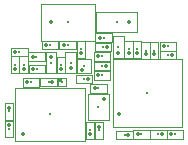
<source format=gbr>
%TF.GenerationSoftware,KiCad,Pcbnew,7.0.6*%
%TF.CreationDate,2023-09-10T10:30:15-04:00*%
%TF.ProjectId,headstage-neuropix1e,68656164-7374-4616-9765-2d6e6575726f,B*%
%TF.SameCoordinates,Original*%
%TF.FileFunction,Component,L4,Bot*%
%TF.FilePolarity,Positive*%
%FSLAX46Y46*%
G04 Gerber Fmt 4.6, Leading zero omitted, Abs format (unit mm)*
G04 Created by KiCad (PCBNEW 7.0.6) date 2023-09-10 10:30:15*
%MOMM*%
%LPD*%
G01*
G04 APERTURE LIST*
%TA.AperFunction,ComponentMain*%
%ADD10C,0.300000*%
%TD*%
%TA.AperFunction,ComponentOutline,Courtyard*%
%ADD11C,0.100000*%
%TD*%
%TA.AperFunction,ComponentPin*%
%ADD12P,0.360000X4X0.000000*%
%TD*%
%TA.AperFunction,ComponentPin*%
%ADD13C,0.000000*%
%TD*%
G04 APERTURE END LIST*
D10*
%TO.C,"L2"*%
%TO.CFtp,"L_0805_2012Metric"*%
%TO.CVal,"ASMPH-0805-4R7M-T"*%
%TO.CLbN,"Inductor_SMD"*%
%TO.CMnt,SMD*%
%TO.CRot,0*%
X144750000Y-88500000D03*
D11*
X146499999Y-87650001D02*
X146499999Y-89349999D01*
X143000001Y-89349999D01*
X143000001Y-87650001D01*
X146499999Y-87650001D01*
D12*
%TO.P,"L2","1","1"*%
X145812500Y-88500000D03*
D13*
%TO.P,"L2","2","2"*%
X143687500Y-88500000D03*
%TD*%
D10*
%TO.C,"C15"*%
%TO.CFtp,"C_0201_0603Metric"*%
%TO.CVal,"0.1uF"*%
%TO.CLbN,"Capacitor_SMD"*%
%TO.CMnt,SMD*%
%TO.CRot,0*%
X145420000Y-98050000D03*
D11*
X146119999Y-97700001D02*
X146119999Y-98399999D01*
X144720001Y-98399999D01*
X144720001Y-97700001D01*
X146119999Y-97700001D01*
D12*
%TO.P,"C15","1"*%
X145740000Y-98050000D03*
D13*
%TO.P,"C15","2"*%
X145100000Y-98050000D03*
%TD*%
D10*
%TO.C,"R9"*%
%TO.CFtp,"R_0201_0603Metric"*%
%TO.CVal,"10k"*%
%TO.CLbN,"Resistor_SMD"*%
%TO.CMnt,SMD*%
%TO.CRot,180*%
X143500000Y-93000000D03*
D11*
X144199999Y-92650001D02*
X144199999Y-93349999D01*
X142800001Y-93349999D01*
X142800001Y-92650001D01*
X144199999Y-92650001D01*
D12*
%TO.P,"R9","1"*%
X143180000Y-93000000D03*
D13*
%TO.P,"R9","2"*%
X143820000Y-93000000D03*
%TD*%
D10*
%TO.C,"U1"*%
%TO.CFtp,"ONSEMI_567JZ_WLCSP4-0.64x0.64"*%
%TO.CVal,"NCP163AFCT250T2G"*%
%TO.CLbN,"jonnew"*%
%TO.CMnt,SMD*%
%TO.CRot,90*%
X140110000Y-93590000D03*
D11*
X140459999Y-93240001D02*
X140459999Y-93939999D01*
X139760001Y-93939999D01*
X139760001Y-93240001D01*
X140459999Y-93240001D01*
D12*
%TO.P,"U1","A1","VIN"*%
X139935000Y-93415000D03*
D13*
%TO.P,"U1","A2","VOUT"*%
X139935000Y-93765000D03*
%TO.P,"U1","B1","EN"*%
X140285000Y-93415000D03*
%TO.P,"U1","B2","GND"*%
X140285000Y-93765000D03*
%TD*%
D10*
%TO.C,"R6"*%
%TO.CFtp,"R_0201_0603Metric"*%
%TO.CVal,"1k"*%
%TO.CLbN,"Resistor_SMD"*%
%TO.CMnt,SMD*%
%TO.CRot,180*%
X149100000Y-90550000D03*
D11*
X149799999Y-90200001D02*
X149799999Y-90899999D01*
X148400001Y-90899999D01*
X148400001Y-90200001D01*
X149799999Y-90200001D01*
D12*
%TO.P,"R6","1"*%
X148780000Y-90550000D03*
D13*
%TO.P,"R6","2"*%
X149420000Y-90550000D03*
%TD*%
D10*
%TO.C,"U8"*%
%TO.CFtp,"ST_WLCSP5-0.959x1.073"*%
%TO.CVal,"M24C64-FCS6TP/K"*%
%TO.CLbN,"jonnew"*%
%TO.CMnt,SMD*%
%TO.CRot,180*%
X142000000Y-92200000D03*
D11*
X142599999Y-91600001D02*
X142599999Y-92799999D01*
X141400001Y-92799999D01*
X141400001Y-91600001D01*
X142599999Y-91600001D01*
D12*
%TO.P,"U8","A1","VCC"*%
X141800000Y-92546500D03*
D13*
%TO.P,"U8","A3","VSS"*%
X142200000Y-92546500D03*
%TO.P,"U8","B2","SDA"*%
X142000000Y-92200000D03*
%TO.P,"U8","C1","~{WC}"*%
X141800000Y-91853500D03*
%TO.P,"U8","C3","SCL"*%
X142200000Y-91853500D03*
%TD*%
D10*
%TO.C,"C4"*%
%TO.CFtp,"C_0201_0603Metric"*%
%TO.CVal,"1uF"*%
%TO.CLbN,"Capacitor_SMD"*%
%TO.CMnt,SMD*%
%TO.CRot,180*%
X137960000Y-91410000D03*
D11*
X138659999Y-91060001D02*
X138659999Y-91759999D01*
X137260001Y-91759999D01*
X137260001Y-91060001D01*
X138659999Y-91060001D01*
D12*
%TO.P,"C4","1"*%
X137640000Y-91410000D03*
D13*
%TO.P,"C4","2"*%
X138280000Y-91410000D03*
%TD*%
D10*
%TO.C,"C32"*%
%TO.CFtp,"C_0201_0603Metric"*%
%TO.CVal,"0.1uF"*%
%TO.CLbN,"Capacitor_SMD"*%
%TO.CMnt,SMD*%
%TO.CRot,0*%
X142000000Y-93300000D03*
D11*
X142699999Y-92950001D02*
X142699999Y-93649999D01*
X141300001Y-93649999D01*
X141300001Y-92950001D01*
X142699999Y-92950001D01*
D12*
%TO.P,"C32","1"*%
X142320000Y-93300000D03*
D13*
%TO.P,"C32","2"*%
X141680000Y-93300000D03*
%TD*%
D10*
%TO.C,"U9"*%
%TO.CFtp,"LGA-28_5.2x3.8mm_P0.5mm"*%
%TO.CVal,"BNO055"*%
%TO.CLbN,"Package_LGA"*%
%TO.CMnt,SMD*%
%TO.CRot,180*%
X139100000Y-96300000D03*
D11*
X142079999Y-94050001D02*
X142079999Y-98549999D01*
X136120001Y-98549999D01*
X136120001Y-94050001D01*
X142079999Y-94050001D01*
D12*
%TO.P,"U9","1","PIN1"*%
X136850000Y-97962500D03*
D13*
%TO.P,"U9","2","GND"*%
X136712500Y-97050000D03*
%TO.P,"U9","3","VDD"*%
X136712500Y-96550000D03*
%TO.P,"U9","4","~{BOOT_LOAD_PIN}"*%
X136712500Y-96050000D03*
%TO.P,"U9","5","PS1"*%
X136712500Y-95550000D03*
%TO.P,"U9","6","PS0"*%
X136850000Y-94637500D03*
%TO.P,"U9","7","PIN7"*%
X137350000Y-94637500D03*
%TO.P,"U9","8","PIN8"*%
X137850000Y-94637500D03*
%TO.P,"U9","9","CAP"*%
X138350000Y-94637500D03*
%TO.P,"U9","10","BL_IND"*%
X138850000Y-94637500D03*
%TO.P,"U9","11","~{RESET}"*%
X139350000Y-94637500D03*
%TO.P,"U9","12","PIN12"*%
X139850000Y-94637500D03*
%TO.P,"U9","13","PIN13"*%
X140350000Y-94637500D03*
%TO.P,"U9","14","INT"*%
X140850000Y-94637500D03*
%TO.P,"U9","15","GNDIO"*%
X141350000Y-94637500D03*
%TO.P,"U9","16","GNDIO"*%
X141487500Y-95550000D03*
%TO.P,"U9","17","COM3"*%
X141487500Y-96050000D03*
%TO.P,"U9","18","COM2"*%
X141487500Y-96550000D03*
%TO.P,"U9","19","COM1"*%
X141487500Y-97050000D03*
%TO.P,"U9","20","COM0"*%
X141350000Y-97962500D03*
%TO.P,"U9","21","PIN21"*%
X140850000Y-97962500D03*
%TO.P,"U9","22","PIN22"*%
X140350000Y-97962500D03*
%TO.P,"U9","23","PIN23"*%
X139850000Y-97962500D03*
%TO.P,"U9","24","PIN24"*%
X139350000Y-97962500D03*
%TO.P,"U9","25","GNDIO"*%
X138850000Y-97962500D03*
%TO.P,"U9","26","XOUT32"*%
X138350000Y-97962500D03*
%TO.P,"U9","27","XIN32"*%
X137850000Y-97962500D03*
%TO.P,"U9","28","VDDIO"*%
X137350000Y-97962500D03*
%TD*%
D10*
%TO.C,"R16"*%
%TO.CFtp,"R_0201_0603Metric"*%
%TO.CVal,"7.15k"*%
%TO.CLbN,"Resistor_SMD"*%
%TO.CMnt,SMD*%
%TO.CRot,-90*%
X141700000Y-90800000D03*
D11*
X142049999Y-90100001D02*
X142049999Y-91499999D01*
X141350001Y-91499999D01*
X141350001Y-90100001D01*
X142049999Y-90100001D01*
D12*
%TO.P,"R16","1"*%
X141700000Y-91120000D03*
D13*
%TO.P,"R16","2"*%
X141700000Y-90480000D03*
%TD*%
D10*
%TO.C,"R8"*%
%TO.CFtp,"R_0201_0603Metric"*%
%TO.CVal,"10k"*%
%TO.CLbN,"Resistor_SMD"*%
%TO.CMnt,SMD*%
%TO.CRot,180*%
X143500000Y-91400000D03*
D11*
X144199999Y-91050001D02*
X144199999Y-91749999D01*
X142800001Y-91749999D01*
X142800001Y-91050001D01*
X144199999Y-91050001D01*
D12*
%TO.P,"R8","1"*%
X143180000Y-91400000D03*
D13*
%TO.P,"R8","2"*%
X143820000Y-91400000D03*
%TD*%
D10*
%TO.C,"C6"*%
%TO.CFtp,"C_0402_1005Metric"*%
%TO.CVal,"10uF"*%
%TO.CLbN,"Capacitor_SMD"*%
%TO.CMnt,SMD*%
%TO.CRot,90*%
X139190000Y-91930000D03*
D11*
X139649999Y-91020001D02*
X139649999Y-92839999D01*
X138730001Y-92839999D01*
X138730001Y-91020001D01*
X139649999Y-91020001D01*
D12*
%TO.P,"C6","1"*%
X139190000Y-91450000D03*
D13*
%TO.P,"C6","2"*%
X139190000Y-92410000D03*
%TD*%
D10*
%TO.C,"C35"*%
%TO.CFtp,"C_0201_0603Metric"*%
%TO.CVal,"0.1uF"*%
%TO.CLbN,"Capacitor_SMD"*%
%TO.CMnt,SMD*%
%TO.CRot,180*%
X137500000Y-93600000D03*
D11*
X138199999Y-93250001D02*
X138199999Y-93949999D01*
X136800001Y-93949999D01*
X136800001Y-93250001D01*
X138199999Y-93250001D01*
D12*
%TO.P,"C35","1"*%
X137180000Y-93600000D03*
D13*
%TO.P,"C35","2"*%
X137820000Y-93600000D03*
%TD*%
D10*
%TO.C,"C18"*%
%TO.CFtp,"C_0402_1005Metric"*%
%TO.CVal,"10uF"*%
%TO.CLbN,"Capacitor_SMD"*%
%TO.CMnt,SMD*%
%TO.CRot,-90*%
X144900000Y-90600000D03*
D11*
X145359999Y-89690001D02*
X145359999Y-91509999D01*
X144440001Y-91509999D01*
X144440001Y-89690001D01*
X145359999Y-89690001D01*
D12*
%TO.P,"C18","1"*%
X144900000Y-91080000D03*
D13*
%TO.P,"C18","2"*%
X144900000Y-90120000D03*
%TD*%
D10*
%TO.C,"R3"*%
%TO.CFtp,"R_0201_0603Metric"*%
%TO.CVal,"2k"*%
%TO.CLbN,"Resistor_SMD"*%
%TO.CMnt,SMD*%
%TO.CRot,180*%
X139100000Y-90450000D03*
D11*
X139799999Y-90100001D02*
X139799999Y-90799999D01*
X138400001Y-90799999D01*
X138400001Y-90100001D01*
X139799999Y-90100001D01*
D12*
%TO.P,"R3","1"*%
X138780000Y-90450000D03*
D13*
%TO.P,"R3","2"*%
X139420000Y-90450000D03*
%TD*%
D10*
%TO.C,"C17"*%
%TO.CFtp,"C_0201_0603Metric"*%
%TO.CVal,"0.1uF"*%
%TO.CLbN,"Capacitor_SMD"*%
%TO.CMnt,SMD*%
%TO.CRot,-90*%
X146450000Y-90800000D03*
D11*
X146799999Y-90100001D02*
X146799999Y-91499999D01*
X146100001Y-91499999D01*
X146100001Y-90100001D01*
X146799999Y-90100001D01*
D12*
%TO.P,"C17","1"*%
X146450000Y-91120000D03*
D13*
%TO.P,"C17","2"*%
X146450000Y-90480000D03*
%TD*%
D10*
%TO.C,"U7"*%
%TO.CFtp,"MICROCHIP_VFLGA4-2.0x1.6"*%
%TO.CVal,"DSC6101MA3B-PROGT"*%
%TO.CLbN,"jonnew"*%
%TO.CMnt,SMD*%
%TO.CRot,0*%
X143200000Y-95700000D03*
D11*
X144099999Y-94600001D02*
X144099999Y-96799999D01*
X142300001Y-96799999D01*
X142300001Y-94600001D01*
X144099999Y-94600001D01*
D12*
%TO.P,"U7","1","EN"*%
X143675000Y-94975000D03*
D13*
%TO.P,"U7","2","GND"*%
X143675000Y-96475000D03*
%TO.P,"U7","3","OUT"*%
X142725000Y-96475000D03*
%TO.P,"U7","4","VCC"*%
X142725000Y-94925000D03*
%TD*%
D10*
%TO.C,"L3"*%
%TO.CFtp,"L_0201_0603Metric"*%
%TO.CVal,"BLF03RD501GZED"*%
%TO.CLbN,"Inductor_SMD"*%
%TO.CMnt,SMD*%
%TO.CRot,0*%
X143600000Y-90600000D03*
D11*
X144299999Y-90250001D02*
X144299999Y-90949999D01*
X142900001Y-90949999D01*
X142900001Y-90250001D01*
X144299999Y-90250001D01*
D12*
%TO.P,"L3","1","1"*%
X143920000Y-90600000D03*
D13*
%TO.P,"L3","2","2"*%
X143280000Y-90600000D03*
%TD*%
D10*
%TO.C,"C9"*%
%TO.CFtp,"C_0201_0603Metric"*%
%TO.CVal,"1uF"*%
%TO.CLbN,"Capacitor_SMD"*%
%TO.CMnt,SMD*%
%TO.CRot,-90*%
X136120000Y-92100000D03*
D11*
X136469999Y-91400001D02*
X136469999Y-92799999D01*
X135770001Y-92799999D01*
X135770001Y-91400001D01*
X136469999Y-91400001D01*
D12*
%TO.P,"C9","1"*%
X136120000Y-92420000D03*
D13*
%TO.P,"C9","2"*%
X136120000Y-91780000D03*
%TD*%
D10*
%TO.C,"C13"*%
%TO.CFtp,"C_0201_0603Metric"*%
%TO.CVal,"0.1uF"*%
%TO.CLbN,"Capacitor_SMD"*%
%TO.CMnt,SMD*%
%TO.CRot,180*%
X149680000Y-98000000D03*
D11*
X150379999Y-97650001D02*
X150379999Y-98349999D01*
X148980001Y-98349999D01*
X148980001Y-97650001D01*
X150379999Y-97650001D01*
D12*
%TO.P,"C13","1"*%
X149360000Y-98000000D03*
D13*
%TO.P,"C13","2"*%
X150000000Y-98000000D03*
%TD*%
D10*
%TO.C,"C5"*%
%TO.CFtp,"C_0201_0603Metric"*%
%TO.CVal,"1uF"*%
%TO.CLbN,"Capacitor_SMD"*%
%TO.CMnt,SMD*%
%TO.CRot,180*%
X138000000Y-92490000D03*
D11*
X138699999Y-92140001D02*
X138699999Y-92839999D01*
X137300001Y-92839999D01*
X137300001Y-92140001D01*
X138699999Y-92140001D01*
D12*
%TO.P,"C5","1"*%
X137680000Y-92490000D03*
D13*
%TO.P,"C5","2"*%
X138320000Y-92490000D03*
%TD*%
D10*
%TO.C,"R17"*%
%TO.CFtp,"R_0201_0603Metric"*%
%TO.CVal,"22"*%
%TO.CLbN,"Resistor_SMD"*%
%TO.CMnt,SMD*%
%TO.CRot,90*%
X143225000Y-97650000D03*
D11*
X143574999Y-96950001D02*
X143574999Y-98349999D01*
X142875001Y-98349999D01*
X142875001Y-96950001D01*
X143574999Y-96950001D01*
D12*
%TO.P,"R17","1"*%
X143225000Y-97330000D03*
D13*
%TO.P,"R17","2"*%
X143225000Y-97970000D03*
%TD*%
D10*
%TO.C,"C27"*%
%TO.CFtp,"C_0201_0603Metric"*%
%TO.CVal,"1uF"*%
%TO.CLbN,"Capacitor_SMD"*%
%TO.CMnt,SMD*%
%TO.CRot,0*%
X143500000Y-92200000D03*
D11*
X144199999Y-91850001D02*
X144199999Y-92549999D01*
X142800001Y-92549999D01*
X142800001Y-91850001D01*
X144199999Y-91850001D01*
D12*
%TO.P,"C27","1"*%
X143820000Y-92200000D03*
D13*
%TO.P,"C27","2"*%
X143180000Y-92200000D03*
%TD*%
D10*
%TO.C,"C2"*%
%TO.CFtp,"C_0201_0603Metric"*%
%TO.CVal,"1uF"*%
%TO.CLbN,"Capacitor_SMD"*%
%TO.CMnt,SMD*%
%TO.CRot,-90*%
X140030000Y-92110000D03*
D11*
X140379999Y-91410001D02*
X140379999Y-92809999D01*
X139680001Y-92809999D01*
X139680001Y-91410001D01*
X140379999Y-91410001D01*
D12*
%TO.P,"C2","1"*%
X140030000Y-92430000D03*
D13*
%TO.P,"C2","2"*%
X140030000Y-91790000D03*
%TD*%
D10*
%TO.C,"C34"*%
%TO.CFtp,"C_0201_0603Metric"*%
%TO.CVal,"0.1uF"*%
%TO.CLbN,"Capacitor_SMD"*%
%TO.CMnt,SMD*%
%TO.CRot,90*%
X135650000Y-97550000D03*
D11*
X135999999Y-96850001D02*
X135999999Y-98249999D01*
X135300001Y-98249999D01*
X135300001Y-96850001D01*
X135999999Y-96850001D01*
D12*
%TO.P,"C34","1"*%
X135650000Y-97230000D03*
D13*
%TO.P,"C34","2"*%
X135650000Y-97870000D03*
%TD*%
D10*
%TO.C,"C31"*%
%TO.CFtp,"C_0201_0603Metric"*%
%TO.CVal,"27pF"*%
%TO.CLbN,"Capacitor_SMD"*%
%TO.CMnt,SMD*%
%TO.CRot,-90*%
X142500000Y-97650000D03*
D11*
X142849999Y-96950001D02*
X142849999Y-98349999D01*
X142150001Y-98349999D01*
X142150001Y-96950001D01*
X142849999Y-96950001D01*
D12*
%TO.P,"C31","1"*%
X142500000Y-97970000D03*
D13*
%TO.P,"C31","2"*%
X142500000Y-97330000D03*
%TD*%
D10*
%TO.C,"C25"*%
%TO.CFtp,"C_0201_0603Metric"*%
%TO.CVal,"0.1uF"*%
%TO.CLbN,"Capacitor_SMD"*%
%TO.CMnt,SMD*%
%TO.CRot,-90*%
X147900000Y-90900000D03*
D11*
X148249999Y-90200001D02*
X148249999Y-91599999D01*
X147550001Y-91599999D01*
X147550001Y-90200001D01*
X148249999Y-90200001D01*
D12*
%TO.P,"C25","1"*%
X147900000Y-91220000D03*
D13*
%TO.P,"C25","2"*%
X147900000Y-90580000D03*
%TD*%
D10*
%TO.C,"C12"*%
%TO.CFtp,"C_0201_0603Metric"*%
%TO.CVal,"10nF"*%
%TO.CLbN,"Capacitor_SMD"*%
%TO.CMnt,SMD*%
%TO.CRot,0*%
X148280000Y-98000000D03*
D11*
X148979999Y-97650001D02*
X148979999Y-98349999D01*
X147580001Y-98349999D01*
X147580001Y-97650001D01*
X148979999Y-97650001D01*
D12*
%TO.P,"C12","1"*%
X148600000Y-98000000D03*
D13*
%TO.P,"C12","2"*%
X147960000Y-98000000D03*
%TD*%
D10*
%TO.C,"C1"*%
%TO.CFtp,"C_0201_0603Metric"*%
%TO.CVal,"1uF"*%
%TO.CLbN,"Capacitor_SMD"*%
%TO.CMnt,SMD*%
%TO.CRot,0*%
X138980000Y-93590000D03*
D11*
X139679999Y-93240001D02*
X139679999Y-93939999D01*
X138280001Y-93939999D01*
X138280001Y-93240001D01*
X139679999Y-93240001D01*
D12*
%TO.P,"C1","1"*%
X139300000Y-93590000D03*
D13*
%TO.P,"C1","2"*%
X138660000Y-93590000D03*
%TD*%
D10*
%TO.C,"C29"*%
%TO.CFtp,"C_0201_0603Metric"*%
%TO.CVal,"0.1uF"*%
%TO.CLbN,"Capacitor_SMD"*%
%TO.CMnt,SMD*%
%TO.CRot,180*%
X140600000Y-90450000D03*
D11*
X141299999Y-90100001D02*
X141299999Y-90799999D01*
X139900001Y-90799999D01*
X139900001Y-90100001D01*
X141299999Y-90100001D01*
D12*
%TO.P,"C29","1"*%
X140280000Y-90450000D03*
D13*
%TO.P,"C29","2"*%
X140920000Y-90450000D03*
%TD*%
D10*
%TO.C,"R4"*%
%TO.CFtp,"R_0201_0603Metric"*%
%TO.CVal,"2k"*%
%TO.CLbN,"Resistor_SMD"*%
%TO.CMnt,SMD*%
%TO.CRot,180*%
X143650000Y-89800000D03*
D11*
X144349999Y-89450001D02*
X144349999Y-90149999D01*
X142950001Y-90149999D01*
X142950001Y-89450001D01*
X144349999Y-89450001D01*
D12*
%TO.P,"R4","1"*%
X143330000Y-89800000D03*
D13*
%TO.P,"R4","2"*%
X143970000Y-89800000D03*
%TD*%
D10*
%TO.C,"C14"*%
%TO.CFtp,"C_0201_0603Metric"*%
%TO.CVal,"10nF"*%
%TO.CLbN,"Capacitor_SMD"*%
%TO.CMnt,SMD*%
%TO.CRot,180*%
X146850000Y-98000000D03*
D11*
X147549999Y-97650001D02*
X147549999Y-98349999D01*
X146150001Y-98349999D01*
X146150001Y-97650001D01*
X147549999Y-97650001D01*
D12*
%TO.P,"C14","1"*%
X146530000Y-98000000D03*
D13*
%TO.P,"C14","2"*%
X147170000Y-98000000D03*
%TD*%
D10*
%TO.C,"C11"*%
%TO.CFtp,"C_0201_0603Metric"*%
%TO.CVal,"1uF"*%
%TO.CLbN,"Capacitor_SMD"*%
%TO.CMnt,SMD*%
%TO.CRot,-90*%
X136870000Y-92100000D03*
D11*
X137219999Y-91400001D02*
X137219999Y-92799999D01*
X136520001Y-92799999D01*
X136520001Y-91400001D01*
X137219999Y-91400001D01*
D12*
%TO.P,"C11","1"*%
X136870000Y-92420000D03*
D13*
%TO.P,"C11","2"*%
X136870000Y-91780000D03*
%TD*%
D10*
%TO.C,"C3"*%
%TO.CFtp,"C_0402_1005Metric"*%
%TO.CVal,"10uF"*%
%TO.CLbN,"Capacitor_SMD"*%
%TO.CMnt,SMD*%
%TO.CRot,-90*%
X140870000Y-91910000D03*
D11*
X141329999Y-91000001D02*
X141329999Y-92819999D01*
X140410001Y-92819999D01*
X140410001Y-91000001D01*
X141329999Y-91000001D01*
D12*
%TO.P,"C3","1"*%
X140870000Y-92390000D03*
D13*
%TO.P,"C3","2"*%
X140870000Y-91430000D03*
%TD*%
D10*
%TO.C,"C33"*%
%TO.CFtp,"C_0201_0603Metric"*%
%TO.CVal,"0.1uF"*%
%TO.CLbN,"Capacitor_SMD"*%
%TO.CMnt,SMD*%
%TO.CRot,90*%
X135650000Y-96050000D03*
D11*
X135999999Y-95350001D02*
X135999999Y-96749999D01*
X135300001Y-96749999D01*
X135300001Y-95350001D01*
X135999999Y-95350001D01*
D12*
%TO.P,"C33","1"*%
X135650000Y-95730000D03*
D13*
%TO.P,"C33","2"*%
X135650000Y-96370000D03*
%TD*%
D10*
%TO.C,"C16"*%
%TO.CFtp,"C_0201_0603Metric"*%
%TO.CVal,"10nF"*%
%TO.CLbN,"Capacitor_SMD"*%
%TO.CMnt,SMD*%
%TO.CRot,-90*%
X145750000Y-90800000D03*
D11*
X146099999Y-90100001D02*
X146099999Y-91499999D01*
X145400001Y-91499999D01*
X145400001Y-90100001D01*
X146099999Y-90100001D01*
D12*
%TO.P,"C16","1"*%
X145750000Y-91120000D03*
D13*
%TO.P,"C16","2"*%
X145750000Y-90480000D03*
%TD*%
D10*
%TO.C,"U5"*%
%TO.CFtp,"TI_RTV0032A"*%
%TO.CVal,"DS90UB933TRTVTQ1"*%
%TO.CLbN,"jonnew"*%
%TO.CMnt,SMD*%
%TO.CRot,180*%
X147350000Y-94500000D03*
D11*
X150249999Y-91600001D02*
X150249999Y-97399999D01*
X144450001Y-97399999D01*
X144450001Y-91600001D01*
X150249999Y-91600001D01*
D12*
%TO.P,"U5","1","HSYNC"*%
X144950000Y-96250000D03*
D13*
%TO.P,"U5","2","VSYNC"*%
X144950000Y-95750000D03*
%TO.P,"U5","3","PCLK"*%
X144950000Y-95250000D03*
%TO.P,"U5","4","SCL"*%
X144950000Y-94750000D03*
%TO.P,"U5","5","SDA"*%
X144950000Y-94250000D03*
%TO.P,"U5","6","ID[X]"*%
X144950000Y-93750000D03*
%TO.P,"U5","7","RES"*%
X144950000Y-93250000D03*
%TO.P,"U5","8","MODE"*%
X144950000Y-92750000D03*
%TO.P,"U5","9","PDB"*%
X145600000Y-92100000D03*
%TO.P,"U5","10","VDDPLL"*%
X146100000Y-92100000D03*
%TO.P,"U5","11","VDDT"*%
X146600000Y-92100000D03*
%TO.P,"U5","12","DOUTN"*%
X147100000Y-92100000D03*
%TO.P,"U5","13","DOUTP"*%
X147600000Y-92100000D03*
%TO.P,"U5","14","VDDCML"*%
X148100000Y-92100000D03*
%TO.P,"U5","15","GPIO0"*%
X148600000Y-92100000D03*
%TO.P,"U5","16","GPIO1"*%
X149100000Y-92100000D03*
%TO.P,"U5","17","GPIO2/CLK0"*%
X149750000Y-92750000D03*
%TO.P,"U5","18","GPIO3/CLKIN"*%
X149750000Y-93250000D03*
%TO.P,"U5","19","DIN_0"*%
X149750000Y-93750000D03*
%TO.P,"U5","20","DIN_1"*%
X149750000Y-94250000D03*
%TO.P,"U5","21","DIN_2"*%
X149750000Y-94750000D03*
%TO.P,"U5","22","DIN_3"*%
X149750000Y-95250001D03*
%TO.P,"U5","23","DIN_4"*%
X149750000Y-95750000D03*
%TO.P,"U5","24","DIN_5"*%
X149750000Y-96250000D03*
%TO.P,"U5","25","VDDIO"*%
X149100000Y-96900000D03*
%TO.P,"U5","26","DIN_6"*%
X148600000Y-96900000D03*
%TO.P,"U5","27","DIN_7"*%
X148100000Y-96900000D03*
%TO.P,"U5","28","VDDD"*%
X147600000Y-96900000D03*
%TO.P,"U5","29","DIN_8"*%
X147100000Y-96900000D03*
%TO.P,"U5","30","DIN_9"*%
X146600000Y-96900000D03*
%TO.P,"U5","31","DIN_10"*%
X146100000Y-96900000D03*
%TO.P,"U5","32","DIN_11"*%
X145600000Y-96900000D03*
%TO.P,"U5","33","GND(DAP)"*%
X147350000Y-94500000D03*
%TD*%
D10*
%TO.C,"C8"*%
%TO.CFtp,"C_0201_0603Metric"*%
%TO.CVal,"1uF"*%
%TO.CLbN,"Capacitor_SMD"*%
%TO.CMnt,SMD*%
%TO.CRot,180*%
X136500000Y-91000000D03*
D11*
X137199999Y-90650001D02*
X137199999Y-91349999D01*
X135800001Y-91349999D01*
X135800001Y-90650001D01*
X137199999Y-90650001D01*
D12*
%TO.P,"C8","1"*%
X136180000Y-91000000D03*
D13*
%TO.P,"C8","2"*%
X136820000Y-91000000D03*
%TD*%
D10*
%TO.C,"L1"*%
%TO.CFtp,"L_1210_3225Metric"*%
%TO.CVal,"CBC3225T101MR"*%
%TO.CLbN,"Inductor_SMD"*%
%TO.CMnt,SMD*%
%TO.CRot,180*%
X140600000Y-88500000D03*
D11*
X142879999Y-86920001D02*
X142879999Y-90079999D01*
X138320001Y-90079999D01*
X138320001Y-86920001D01*
X142879999Y-86920001D01*
D12*
%TO.P,"L1","1","1"*%
X139200000Y-88500000D03*
D13*
%TO.P,"L1","2","2"*%
X142000000Y-88500000D03*
%TD*%
D10*
%TO.C,"R7"*%
%TO.CFtp,"R_0201_0603Metric"*%
%TO.CVal,"10k"*%
%TO.CLbN,"Resistor_SMD"*%
%TO.CMnt,SMD*%
%TO.CRot,0*%
X149100000Y-91250000D03*
D11*
X149799999Y-90900001D02*
X149799999Y-91599999D01*
X148400001Y-91599999D01*
X148400001Y-90900001D01*
X149799999Y-90900001D01*
D12*
%TO.P,"R7","1"*%
X149420000Y-91250000D03*
D13*
%TO.P,"R7","2"*%
X148780000Y-91250000D03*
%TD*%
D10*
%TO.C,"C30"*%
%TO.CFtp,"C_0201_0603Metric"*%
%TO.CVal,"10nF"*%
%TO.CLbN,"Capacitor_SMD"*%
%TO.CMnt,SMD*%
%TO.CRot,180*%
X143200000Y-94100000D03*
D11*
X143899999Y-93750001D02*
X143899999Y-94449999D01*
X142500001Y-94449999D01*
X142500001Y-93750001D01*
X143899999Y-93750001D01*
D12*
%TO.P,"C30","1"*%
X142880000Y-94100000D03*
D13*
%TO.P,"C30","2"*%
X143520000Y-94100000D03*
%TD*%
D10*
%TO.C,"C26"*%
%TO.CFtp,"C_0201_0603Metric"*%
%TO.CVal,"47nF"*%
%TO.CLbN,"Capacitor_SMD"*%
%TO.CMnt,SMD*%
%TO.CRot,-90*%
X147200000Y-90900000D03*
D11*
X147549999Y-90200001D02*
X147549999Y-91599999D01*
X146850001Y-91599999D01*
X146850001Y-90200001D01*
X147549999Y-90200001D01*
D12*
%TO.P,"C26","1"*%
X147200000Y-91220000D03*
D13*
%TO.P,"C26","2"*%
X147200000Y-90580000D03*
%TD*%
M02*

</source>
